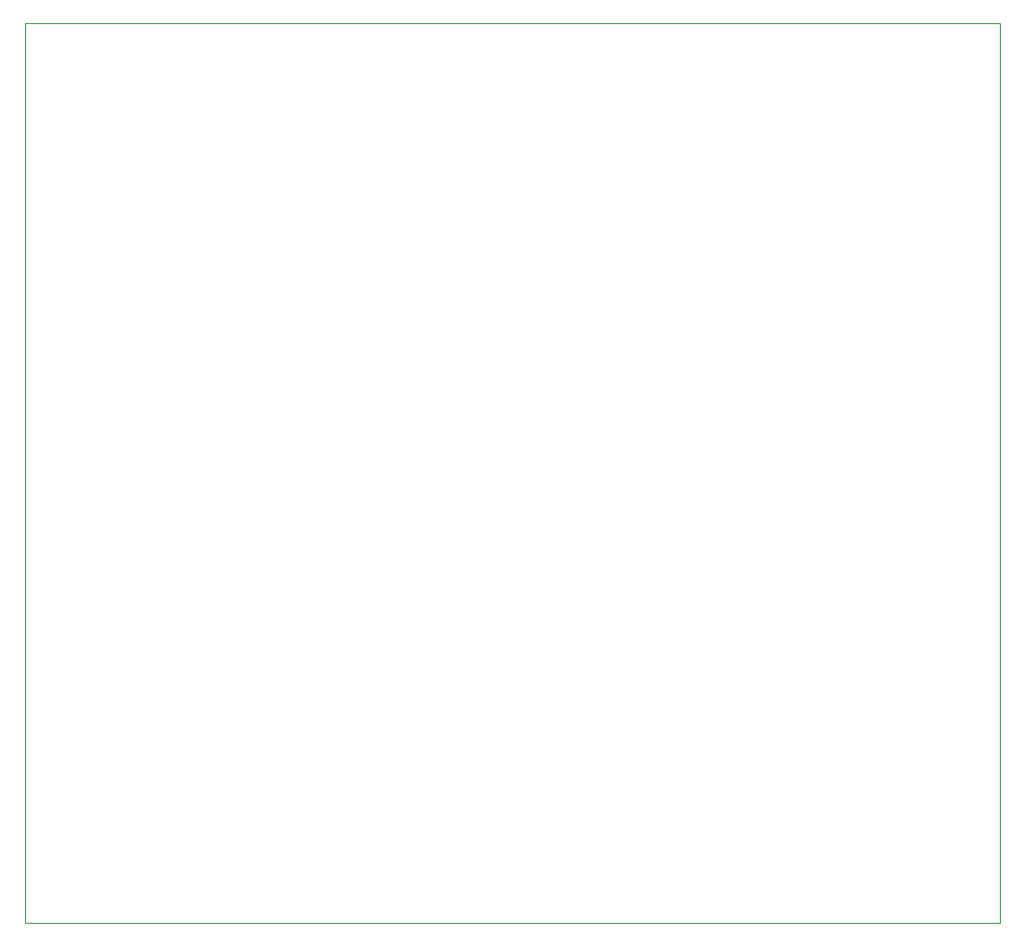
<source format=gbr>
%TF.GenerationSoftware,KiCad,Pcbnew,8.0.1*%
%TF.CreationDate,2024-04-13T21:14:01-05:00*%
%TF.ProjectId,Modulo_DEC,4d6f6475-6c6f-45f4-9445-432e6b696361,rev?*%
%TF.SameCoordinates,Original*%
%TF.FileFunction,Paste,Top*%
%TF.FilePolarity,Positive*%
%FSLAX46Y46*%
G04 Gerber Fmt 4.6, Leading zero omitted, Abs format (unit mm)*
G04 Created by KiCad (PCBNEW 8.0.1) date 2024-04-13 21:14:01*
%MOMM*%
%LPD*%
G01*
G04 APERTURE LIST*
%TA.AperFunction,Profile*%
%ADD10C,0.100000*%
%TD*%
G04 APERTURE END LIST*
D10*
X102890000Y-23100000D02*
X188300000Y-23100000D01*
X188300000Y-102040000D01*
X102890000Y-102040000D01*
X102890000Y-23100000D01*
M02*

</source>
